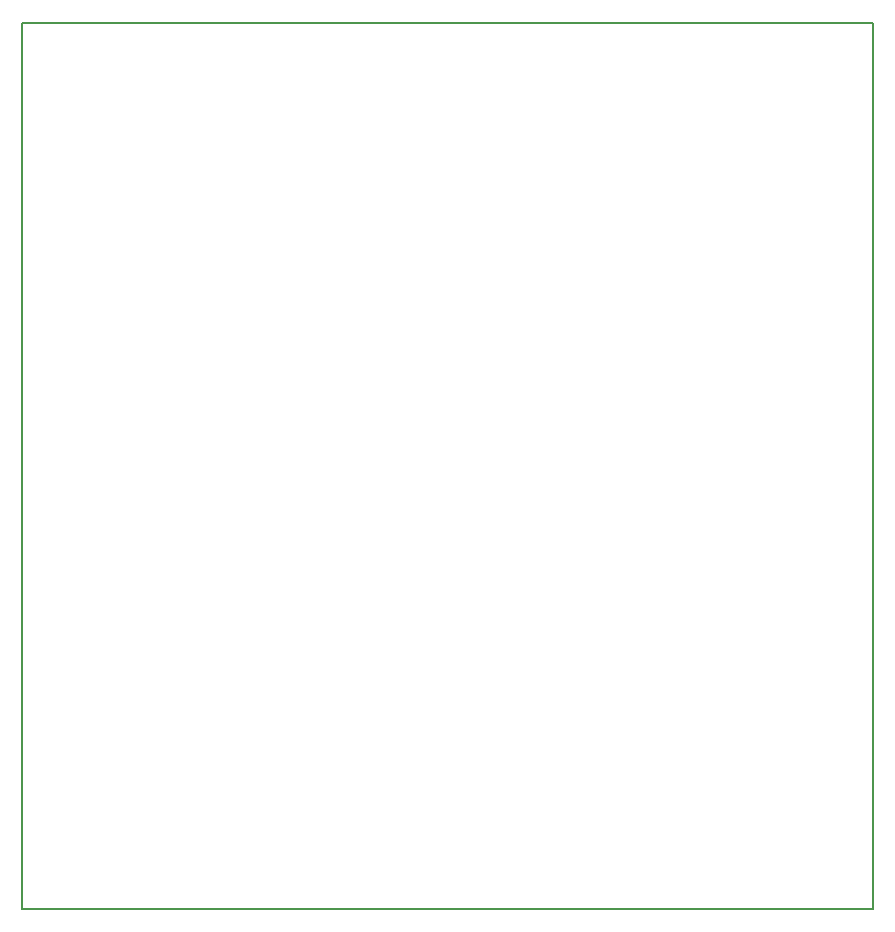
<source format=gbr>
%TF.GenerationSoftware,KiCad,Pcbnew,5.0.2-bee76a0~70~ubuntu18.04.1*%
%TF.CreationDate,2019-02-03T14:37:59+02:00*%
%TF.ProjectId,component_tester_adapter,636f6d70-6f6e-4656-9e74-5f7465737465,B*%
%TF.SameCoordinates,PX7e911f8PY6f6d640*%
%TF.FileFunction,Profile,NP*%
%FSLAX46Y46*%
G04 Gerber Fmt 4.6, Leading zero omitted, Abs format (unit mm)*
G04 Created by KiCad (PCBNEW 5.0.2-bee76a0~70~ubuntu18.04.1) date 2019 m. vasario 03 d. 14:37:59*
%MOMM*%
%LPD*%
G01*
G04 APERTURE LIST*
%ADD10C,0.150000*%
G04 APERTURE END LIST*
D10*
X7620000Y54680000D02*
X56125000Y54680000D01*
X-15875000Y54680000D02*
X7620000Y54680000D01*
X56125000Y-20320000D02*
X56125000Y54680000D01*
X56125000Y-20320000D02*
X-15875000Y-20320000D01*
X-15875000Y-20320000D02*
X-15875000Y54680000D01*
M02*

</source>
